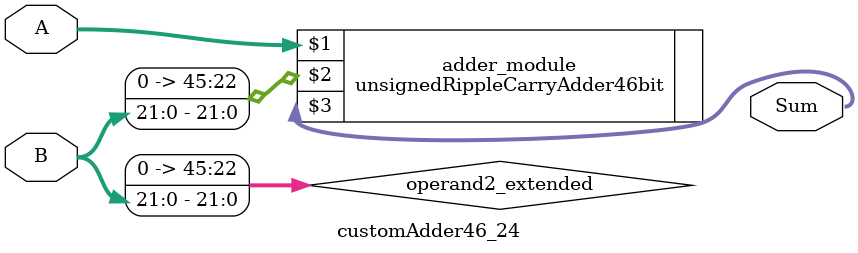
<source format=v>
module customAdder46_24(
                        input [45 : 0] A,
                        input [21 : 0] B,
                        
                        output [46 : 0] Sum
                );

        wire [45 : 0] operand2_extended;
        
        assign operand2_extended =  {24'b0, B};
        
        unsignedRippleCarryAdder46bit adder_module(
            A,
            operand2_extended,
            Sum
        );
        
        endmodule
        
</source>
